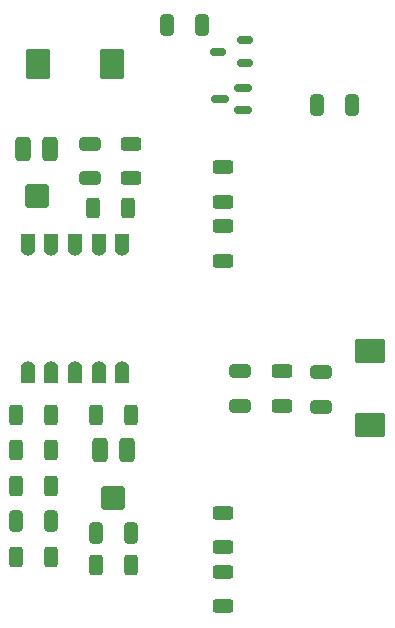
<source format=gbr>
%TF.GenerationSoftware,KiCad,Pcbnew,9.0.2*%
%TF.CreationDate,2025-06-25T13:02:05-07:00*%
%TF.ProjectId,Main,4d61696e-2e6b-4696-9361-645f70636258,rev?*%
%TF.SameCoordinates,Original*%
%TF.FileFunction,Paste,Bot*%
%TF.FilePolarity,Positive*%
%FSLAX46Y46*%
G04 Gerber Fmt 4.6, Leading zero omitted, Abs format (unit mm)*
G04 Created by KiCad (PCBNEW 9.0.2) date 2025-06-25 13:02:05*
%MOMM*%
%LPD*%
G01*
G04 APERTURE LIST*
G04 Aperture macros list*
%AMRoundRect*
0 Rectangle with rounded corners*
0 $1 Rounding radius*
0 $2 $3 $4 $5 $6 $7 $8 $9 X,Y pos of 4 corners*
0 Add a 4 corners polygon primitive as box body*
4,1,4,$2,$3,$4,$5,$6,$7,$8,$9,$2,$3,0*
0 Add four circle primitives for the rounded corners*
1,1,$1+$1,$2,$3*
1,1,$1+$1,$4,$5*
1,1,$1+$1,$6,$7*
1,1,$1+$1,$8,$9*
0 Add four rect primitives between the rounded corners*
20,1,$1+$1,$2,$3,$4,$5,0*
20,1,$1+$1,$4,$5,$6,$7,0*
20,1,$1+$1,$6,$7,$8,$9,0*
20,1,$1+$1,$8,$9,$2,$3,0*%
%AMFreePoly0*
4,1,18,-0.900000,0.625000,0.275000,0.625000,0.372772,0.617305,0.523217,0.573597,0.658067,0.493847,0.768847,0.383067,0.848597,0.248217,0.892305,0.097772,0.900000,0.000000,0.892305,-0.097772,0.848597,-0.248217,0.768847,-0.383067,0.658067,-0.493847,0.523217,-0.573597,0.372772,-0.617305,0.275000,-0.625000,-0.900000,-0.625000,-0.900000,0.625000,-0.900000,0.625000,$1*%
G04 Aperture macros list end*
%ADD10RoundRect,0.250000X-0.312500X-0.625000X0.312500X-0.625000X0.312500X0.625000X-0.312500X0.625000X0*%
%ADD11FreePoly0,90.000000*%
%ADD12FreePoly0,270.000000*%
%ADD13RoundRect,0.250000X-0.625000X0.312500X-0.625000X-0.312500X0.625000X-0.312500X0.625000X0.312500X0*%
%ADD14RoundRect,0.250000X0.312500X0.625000X-0.312500X0.625000X-0.312500X-0.625000X0.312500X-0.625000X0*%
%ADD15RoundRect,0.250000X0.325000X0.650000X-0.325000X0.650000X-0.325000X-0.650000X0.325000X-0.650000X0*%
%ADD16RoundRect,0.150000X0.587500X0.150000X-0.587500X0.150000X-0.587500X-0.150000X0.587500X-0.150000X0*%
%ADD17RoundRect,0.250000X0.625000X-0.312500X0.625000X0.312500X-0.625000X0.312500X-0.625000X-0.312500X0*%
%ADD18RoundRect,0.250000X-1.045000X0.785000X-1.045000X-0.785000X1.045000X-0.785000X1.045000X0.785000X0*%
%ADD19RoundRect,0.250000X0.400000X0.750000X-0.400000X0.750000X-0.400000X-0.750000X0.400000X-0.750000X0*%
%ADD20RoundRect,0.250000X0.750000X0.750000X-0.750000X0.750000X-0.750000X-0.750000X0.750000X-0.750000X0*%
%ADD21RoundRect,0.250000X-0.650000X0.325000X-0.650000X-0.325000X0.650000X-0.325000X0.650000X0.325000X0*%
%ADD22RoundRect,0.150000X0.512500X0.150000X-0.512500X0.150000X-0.512500X-0.150000X0.512500X-0.150000X0*%
%ADD23RoundRect,0.250000X0.785000X1.045000X-0.785000X1.045000X-0.785000X-1.045000X0.785000X-1.045000X0*%
%ADD24RoundRect,0.250000X-0.325000X-0.650000X0.325000X-0.650000X0.325000X0.650000X-0.325000X0.650000X0*%
G04 APERTURE END LIST*
D10*
%TO.C,R4*%
X130462500Y-102500000D03*
X127537500Y-102500000D03*
%TD*%
D11*
%TO.C,U5*%
X136500000Y-98900000D03*
X134500000Y-98900000D03*
X132500000Y-98900000D03*
X130500000Y-98900000D03*
X128500000Y-98900000D03*
D12*
X128500000Y-88100000D03*
X130500000Y-88100000D03*
X132500000Y-88100000D03*
X134500000Y-88100000D03*
X136500000Y-88100000D03*
%TD*%
D13*
%TO.C,R11*%
X145000000Y-81537500D03*
X145000000Y-84462500D03*
%TD*%
D14*
%TO.C,R3*%
X130462500Y-105500000D03*
X127537500Y-105500000D03*
%TD*%
D15*
%TO.C,C10*%
X143225000Y-69500000D03*
X140275000Y-69500000D03*
%TD*%
D16*
%TO.C,Q1*%
X146687500Y-74800000D03*
X146687500Y-76700000D03*
X144812500Y-75750000D03*
%TD*%
D17*
%TO.C,R12*%
X145000000Y-89462500D03*
X145000000Y-86537500D03*
%TD*%
D10*
%TO.C,R15*%
X134287500Y-115250000D03*
X137212500Y-115250000D03*
%TD*%
D13*
%TO.C,R7*%
X145000000Y-110787500D03*
X145000000Y-113712500D03*
%TD*%
D18*
%TO.C,C1*%
X157500000Y-97130000D03*
X157500000Y-103370000D03*
%TD*%
D19*
%TO.C,RV2*%
X134600000Y-105500000D03*
D20*
X135750000Y-109500000D03*
D19*
X136900000Y-105500000D03*
%TD*%
D10*
%TO.C,R16*%
X134287500Y-102500000D03*
X137212500Y-102500000D03*
%TD*%
D17*
%TO.C,R17*%
X137250000Y-82462500D03*
X137250000Y-79537500D03*
%TD*%
D21*
%TO.C,C3*%
X146500000Y-98775000D03*
X146500000Y-101725000D03*
%TD*%
D22*
%TO.C,U4*%
X146887500Y-70800000D03*
X146887500Y-72700000D03*
X144612500Y-71750000D03*
%TD*%
D23*
%TO.C,C13*%
X135620000Y-72750000D03*
X129380000Y-72750000D03*
%TD*%
D21*
%TO.C,C4*%
X133750000Y-79525000D03*
X133750000Y-82475000D03*
%TD*%
D15*
%TO.C,C9*%
X155975000Y-76250000D03*
X153025000Y-76250000D03*
%TD*%
D14*
%TO.C,R2*%
X136962500Y-85000000D03*
X134037500Y-85000000D03*
%TD*%
%TO.C,R13*%
X130462500Y-108500000D03*
X127537500Y-108500000D03*
%TD*%
D13*
%TO.C,R1*%
X150000000Y-98787500D03*
X150000000Y-101712500D03*
%TD*%
D17*
%TO.C,R8*%
X145000000Y-118712500D03*
X145000000Y-115787500D03*
%TD*%
D24*
%TO.C,C11*%
X127525000Y-111500000D03*
X130475000Y-111500000D03*
%TD*%
D10*
%TO.C,R14*%
X127537500Y-114500000D03*
X130462500Y-114500000D03*
%TD*%
D21*
%TO.C,C2*%
X153350000Y-98875000D03*
X153350000Y-101825000D03*
%TD*%
D15*
%TO.C,C12*%
X137225000Y-112500000D03*
X134275000Y-112500000D03*
%TD*%
D19*
%TO.C,RV1*%
X128100000Y-80000000D03*
D20*
X129250000Y-84000000D03*
D19*
X130400000Y-80000000D03*
%TD*%
M02*

</source>
